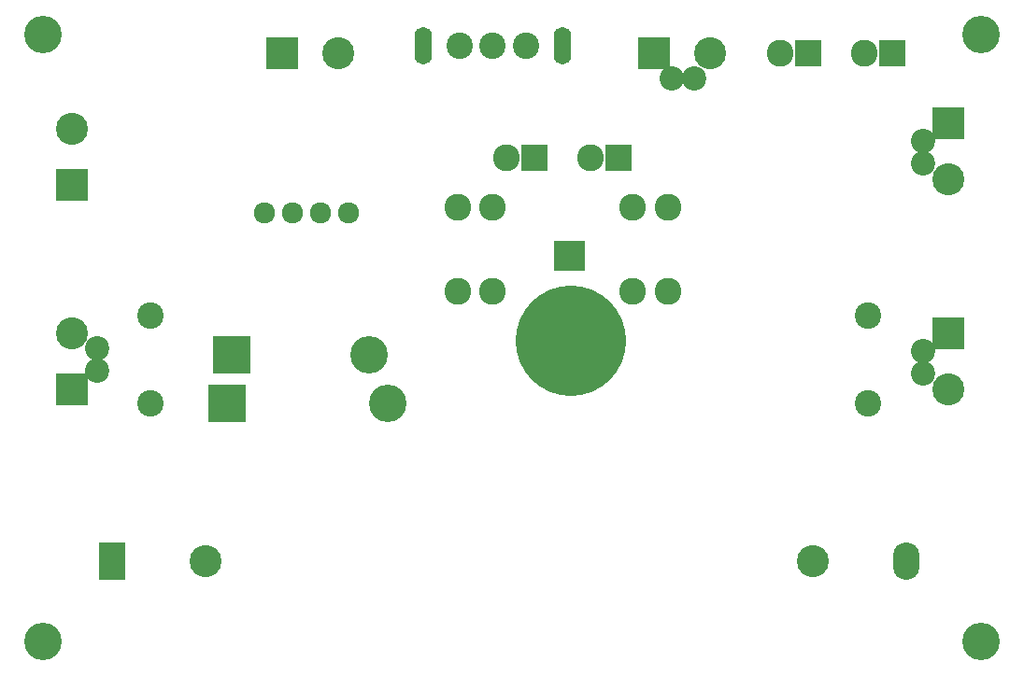
<source format=gbr>
G04 #@! TF.FileFunction,Soldermask,Top*
%FSLAX46Y46*%
G04 Gerber Fmt 4.6, Leading zero omitted, Abs format (unit mm)*
G04 Created by KiCad (PCBNEW 4.0.4-stable) date 09/06/17 14:28:44*
%MOMM*%
%LPD*%
G01*
G04 APERTURE LIST*
%ADD10C,0.100000*%
%ADD11C,2.400000*%
%ADD12C,3.400000*%
%ADD13R,3.400000X3.400000*%
%ADD14C,1.924000*%
%ADD15C,2.432000*%
%ADD16R,0.900000X0.650000*%
%ADD17R,1.240000X2.800000*%
%ADD18R,2.432000X2.432000*%
%ADD19C,10.010000*%
%ADD20R,2.899360X2.899360*%
%ADD21C,2.899360*%
%ADD22C,2.900000*%
%ADD23R,2.400000X3.400000*%
%ADD24O,2.400000X3.400000*%
%ADD25C,2.200000*%
%ADD26O,1.600000X3.400000*%
G04 APERTURE END LIST*
D10*
D11*
X15355000Y27155000D03*
X15355000Y35155000D03*
X80355000Y27155000D03*
X80355000Y35155000D03*
D12*
X35155000Y31570000D03*
D13*
X22755000Y31570000D03*
X22320000Y27190000D03*
D12*
X36820000Y27190000D03*
D14*
X25650000Y44440000D03*
X28190000Y44440000D03*
X30730000Y44440000D03*
X33270000Y44440000D03*
D15*
X43180000Y45010000D03*
X43180000Y37390000D03*
X46355000Y37390000D03*
X46355000Y45010000D03*
X59055000Y45010000D03*
X59055000Y37390000D03*
X62230000Y45010000D03*
X62230000Y37390000D03*
D16*
X54290000Y41565000D03*
X54290000Y41065000D03*
X54290000Y39565000D03*
X54290000Y40065000D03*
X54290000Y40565000D03*
X52390000Y39565000D03*
X52390000Y40065000D03*
X52390000Y41565000D03*
X52390000Y41065000D03*
D17*
X53340000Y40565000D03*
D16*
X52390000Y40565000D03*
D18*
X50165000Y49455000D03*
D15*
X47625000Y49455000D03*
D18*
X57785000Y49455000D03*
D15*
X55245000Y49455000D03*
D19*
X53467000Y32893000D03*
D20*
X27305000Y58980000D03*
D21*
X32385000Y58980000D03*
D22*
X75390000Y12905000D03*
D23*
X11890000Y12905000D03*
D24*
X83890000Y12905000D03*
D22*
X20390000Y12905000D03*
D20*
X60960000Y58980000D03*
D21*
X66040000Y58980000D03*
D25*
X62611000Y56694000D03*
X64643000Y56694000D03*
D15*
X80010000Y58980000D03*
D18*
X82550000Y58980000D03*
D15*
X72390000Y58980000D03*
D18*
X74930000Y58980000D03*
D20*
X87630000Y52630000D03*
D21*
X87630000Y47550000D03*
D25*
X85344000Y50979000D03*
X85344000Y48947000D03*
D20*
X8255000Y46990000D03*
D21*
X8255000Y52070000D03*
D20*
X8255000Y28500000D03*
D21*
X8255000Y33580000D03*
D25*
X10541000Y30151000D03*
X10541000Y32183000D03*
D20*
X87630000Y33580000D03*
D21*
X87630000Y28500000D03*
D25*
X85344000Y31929000D03*
X85344000Y29897000D03*
D12*
X90635000Y60635000D03*
X5635000Y60635000D03*
X5635000Y5635000D03*
X90635000Y5635000D03*
D11*
X46362620Y59640400D03*
X43355000Y59615000D03*
X49355000Y59615000D03*
D26*
X40055000Y59615000D03*
X52655000Y59615000D03*
M02*

</source>
